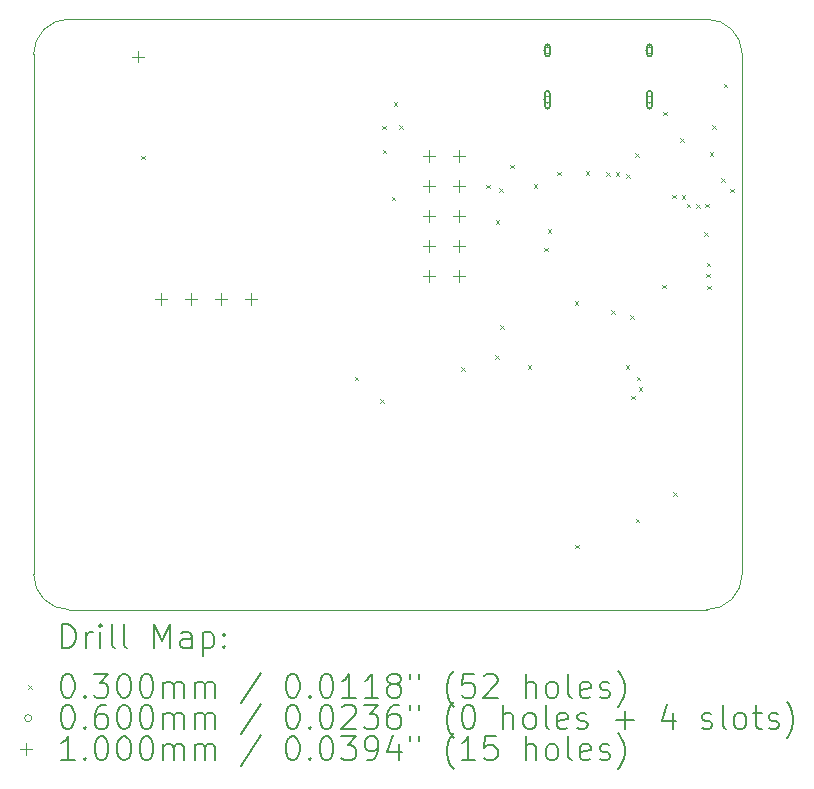
<source format=gbr>
%FSLAX45Y45*%
G04 Gerber Fmt 4.5, Leading zero omitted, Abs format (unit mm)*
G04 Created by KiCad (PCBNEW (5.99.0-11444-g3c721c55de)) date 2021-10-03 12:02:14*
%MOMM*%
%LPD*%
G01*
G04 APERTURE LIST*
%TA.AperFunction,Profile*%
%ADD10C,0.100000*%
%TD*%
%ADD11C,0.200000*%
%ADD12C,0.030000*%
%ADD13C,0.060000*%
%ADD14C,0.100000*%
G04 APERTURE END LIST*
D10*
X5700000Y-5000000D02*
X300000Y-5000000D01*
X6000000Y-300000D02*
X6000000Y-4700000D01*
X300000Y0D02*
X5700000Y0D01*
X0Y-4700000D02*
X0Y-300000D01*
X0Y-4700000D02*
G75*
G03*
X300000Y-5000000I300000J0D01*
G01*
X5700000Y-5000000D02*
G75*
G03*
X6000000Y-4700000I0J300000D01*
G01*
X6000000Y-300000D02*
G75*
G03*
X5700000Y0I-300000J0D01*
G01*
X300000Y0D02*
G75*
G03*
X0Y-300000I0J-300000D01*
G01*
D11*
D12*
X909560Y-1158480D02*
X939560Y-1188480D01*
X939560Y-1158480D02*
X909560Y-1188480D01*
X2718040Y-3027920D02*
X2748040Y-3057920D01*
X2748040Y-3027920D02*
X2718040Y-3057920D01*
X2933940Y-3218420D02*
X2963940Y-3248420D01*
X2963940Y-3218420D02*
X2933940Y-3248420D01*
X2954260Y-903227D02*
X2984260Y-933227D01*
X2984260Y-903227D02*
X2954260Y-933227D01*
X2956800Y-1105140D02*
X2986800Y-1135140D01*
X2986800Y-1105140D02*
X2956800Y-1135140D01*
X3033000Y-1503227D02*
X3063000Y-1533227D01*
X3063000Y-1503227D02*
X3033000Y-1533227D01*
X3049275Y-703227D02*
X3079275Y-733227D01*
X3079275Y-703227D02*
X3049275Y-733227D01*
X3098290Y-896860D02*
X3128290Y-926860D01*
X3128290Y-896860D02*
X3098290Y-926860D01*
X3622280Y-2946640D02*
X3652280Y-2976640D01*
X3652280Y-2946640D02*
X3622280Y-2976640D01*
X3830560Y-1402320D02*
X3860560Y-1432320D01*
X3860560Y-1402320D02*
X3830560Y-1432320D01*
X3909300Y-2845040D02*
X3939300Y-2875040D01*
X3939300Y-2845040D02*
X3909300Y-2875040D01*
X3911840Y-1702040D02*
X3941840Y-1732040D01*
X3941840Y-1702040D02*
X3911840Y-1732040D01*
X3944860Y-1432800D02*
X3974860Y-1462800D01*
X3974860Y-1432800D02*
X3944860Y-1462800D01*
X3949940Y-2593580D02*
X3979940Y-2623580D01*
X3979940Y-2593580D02*
X3949940Y-2623580D01*
X4036300Y-1234680D02*
X4066300Y-1264680D01*
X4066300Y-1234680D02*
X4036300Y-1264680D01*
X4183620Y-2928860D02*
X4213620Y-2958860D01*
X4213620Y-2928860D02*
X4183620Y-2958860D01*
X4234420Y-1399780D02*
X4264420Y-1429780D01*
X4264420Y-1399780D02*
X4234420Y-1429780D01*
X4323320Y-1935720D02*
X4353320Y-1965720D01*
X4353320Y-1935720D02*
X4323320Y-1965720D01*
X4353800Y-1780780D02*
X4383800Y-1810780D01*
X4383800Y-1780780D02*
X4353800Y-1810780D01*
X4435080Y-1293100D02*
X4465080Y-1323100D01*
X4465080Y-1293100D02*
X4435080Y-1323100D01*
X4580230Y-2390380D02*
X4610230Y-2420380D01*
X4610230Y-2390380D02*
X4580230Y-2420380D01*
X4584940Y-4450320D02*
X4614940Y-4480320D01*
X4614940Y-4450320D02*
X4584940Y-4480320D01*
X4676380Y-1288020D02*
X4706380Y-1318020D01*
X4706380Y-1288020D02*
X4676380Y-1318020D01*
X4850130Y-1296380D02*
X4880130Y-1326380D01*
X4880130Y-1296380D02*
X4850130Y-1326380D01*
X4892280Y-2464040D02*
X4922280Y-2494040D01*
X4922280Y-2464040D02*
X4892280Y-2494040D01*
X4930037Y-1299002D02*
X4960037Y-1329002D01*
X4960037Y-1299002D02*
X4930037Y-1329002D01*
X5014200Y-2931400D02*
X5044200Y-2961400D01*
X5044200Y-2931400D02*
X5014200Y-2961400D01*
X5019280Y-1315960D02*
X5049280Y-1345960D01*
X5049280Y-1315960D02*
X5019280Y-1345960D01*
X5049625Y-2507355D02*
X5079625Y-2537355D01*
X5079625Y-2507355D02*
X5049625Y-2537355D01*
X5062460Y-3190480D02*
X5092460Y-3220480D01*
X5092460Y-3190480D02*
X5062460Y-3220480D01*
X5092940Y-1135620D02*
X5122940Y-1165620D01*
X5122940Y-1135620D02*
X5092940Y-1165620D01*
X5098020Y-4229340D02*
X5128020Y-4259340D01*
X5128020Y-4229340D02*
X5098020Y-4259340D01*
X5105640Y-3027920D02*
X5135640Y-3057920D01*
X5135640Y-3027920D02*
X5105640Y-3057920D01*
X5123420Y-3119360D02*
X5153420Y-3149360D01*
X5153420Y-3119360D02*
X5123420Y-3149360D01*
X5324080Y-2248140D02*
X5354080Y-2278140D01*
X5354080Y-2248140D02*
X5324080Y-2278140D01*
X5329160Y-785100D02*
X5359160Y-815100D01*
X5359160Y-785100D02*
X5329160Y-815100D01*
X5407900Y-1486140D02*
X5437900Y-1516140D01*
X5437900Y-1486140D02*
X5407900Y-1516140D01*
X5418060Y-4008360D02*
X5448060Y-4038360D01*
X5448060Y-4008360D02*
X5418060Y-4038360D01*
X5476480Y-1011160D02*
X5506480Y-1041160D01*
X5506480Y-1011160D02*
X5476480Y-1041160D01*
X5487784Y-1489389D02*
X5517784Y-1519389D01*
X5517784Y-1489389D02*
X5487784Y-1519389D01*
X5529090Y-1562340D02*
X5559090Y-1592340D01*
X5559090Y-1562340D02*
X5529090Y-1592340D01*
X5608974Y-1565589D02*
X5638974Y-1595589D01*
X5638974Y-1565589D02*
X5608974Y-1595589D01*
X5677140Y-1806180D02*
X5707140Y-1836180D01*
X5707140Y-1806180D02*
X5677140Y-1836180D01*
X5688918Y-1564612D02*
X5718918Y-1594612D01*
X5718918Y-1564612D02*
X5688918Y-1594612D01*
X5694081Y-2156059D02*
X5724081Y-2186059D01*
X5724081Y-2156059D02*
X5694081Y-2186059D01*
X5700152Y-2061670D02*
X5730152Y-2091670D01*
X5730152Y-2061670D02*
X5700152Y-2091670D01*
X5705080Y-2258300D02*
X5735080Y-2288300D01*
X5735080Y-2258300D02*
X5705080Y-2288300D01*
X5725400Y-1128000D02*
X5755400Y-1158000D01*
X5755400Y-1128000D02*
X5725400Y-1158000D01*
X5748260Y-899400D02*
X5778260Y-929400D01*
X5778260Y-899400D02*
X5748260Y-929400D01*
X5820400Y-1345420D02*
X5850400Y-1375420D01*
X5850400Y-1345420D02*
X5820400Y-1375420D01*
X5842240Y-548880D02*
X5872240Y-578880D01*
X5872240Y-548880D02*
X5842240Y-578880D01*
X5897850Y-1437598D02*
X5927850Y-1467598D01*
X5927850Y-1437598D02*
X5897850Y-1467598D01*
D13*
X4380820Y-265080D02*
G75*
G03*
X4380820Y-265080I-30000J0D01*
G01*
D11*
X4370820Y-295080D02*
X4370820Y-235080D01*
X4330820Y-295080D02*
X4330820Y-235080D01*
X4370820Y-235080D02*
G75*
G03*
X4330820Y-235080I-20000J0D01*
G01*
X4330820Y-295080D02*
G75*
G03*
X4370820Y-295080I20000J0D01*
G01*
D13*
X4380820Y-683080D02*
G75*
G03*
X4380820Y-683080I-30000J0D01*
G01*
D11*
X4370820Y-738080D02*
X4370820Y-628080D01*
X4330820Y-738080D02*
X4330820Y-628080D01*
X4370820Y-628080D02*
G75*
G03*
X4330820Y-628080I-20000J0D01*
G01*
X4330820Y-738080D02*
G75*
G03*
X4370820Y-738080I20000J0D01*
G01*
D13*
X5244820Y-265080D02*
G75*
G03*
X5244820Y-265080I-30000J0D01*
G01*
D11*
X5234820Y-295080D02*
X5234820Y-235080D01*
X5194820Y-295080D02*
X5194820Y-235080D01*
X5234820Y-235080D02*
G75*
G03*
X5194820Y-235080I-20000J0D01*
G01*
X5194820Y-295080D02*
G75*
G03*
X5234820Y-295080I20000J0D01*
G01*
D13*
X5244820Y-683080D02*
G75*
G03*
X5244820Y-683080I-30000J0D01*
G01*
D11*
X5234820Y-738080D02*
X5234820Y-628080D01*
X5194820Y-738080D02*
X5194820Y-628080D01*
X5234820Y-628080D02*
G75*
G03*
X5194820Y-628080I-20000J0D01*
G01*
X5194820Y-738080D02*
G75*
G03*
X5234820Y-738080I20000J0D01*
G01*
D14*
X883920Y-267187D02*
X883920Y-367187D01*
X833920Y-317187D02*
X933920Y-317187D01*
X1078574Y-2321040D02*
X1078574Y-2421040D01*
X1028574Y-2371040D02*
X1128574Y-2371040D01*
X1332574Y-2321040D02*
X1332574Y-2421040D01*
X1282574Y-2371040D02*
X1382574Y-2371040D01*
X1586574Y-2321040D02*
X1586574Y-2421040D01*
X1536574Y-2371040D02*
X1636574Y-2371040D01*
X1840574Y-2321040D02*
X1840574Y-2421040D01*
X1790574Y-2371040D02*
X1890574Y-2371040D01*
X3346770Y-1108240D02*
X3346770Y-1208240D01*
X3296770Y-1158240D02*
X3396770Y-1158240D01*
X3346770Y-1362240D02*
X3346770Y-1462240D01*
X3296770Y-1412240D02*
X3396770Y-1412240D01*
X3346770Y-1616240D02*
X3346770Y-1716240D01*
X3296770Y-1666240D02*
X3396770Y-1666240D01*
X3346770Y-1870240D02*
X3346770Y-1970240D01*
X3296770Y-1920240D02*
X3396770Y-1920240D01*
X3346770Y-2124240D02*
X3346770Y-2224240D01*
X3296770Y-2174240D02*
X3396770Y-2174240D01*
X3600770Y-1108240D02*
X3600770Y-1208240D01*
X3550770Y-1158240D02*
X3650770Y-1158240D01*
X3600770Y-1362240D02*
X3600770Y-1462240D01*
X3550770Y-1412240D02*
X3650770Y-1412240D01*
X3600770Y-1616240D02*
X3600770Y-1716240D01*
X3550770Y-1666240D02*
X3650770Y-1666240D01*
X3600770Y-1870240D02*
X3600770Y-1970240D01*
X3550770Y-1920240D02*
X3650770Y-1920240D01*
X3600770Y-2124240D02*
X3600770Y-2224240D01*
X3550770Y-2174240D02*
X3650770Y-2174240D01*
D11*
X242619Y-5325476D02*
X242619Y-5125476D01*
X290238Y-5125476D01*
X318810Y-5135000D01*
X337857Y-5154048D01*
X347381Y-5173095D01*
X356905Y-5211190D01*
X356905Y-5239762D01*
X347381Y-5277857D01*
X337857Y-5296905D01*
X318810Y-5315952D01*
X290238Y-5325476D01*
X242619Y-5325476D01*
X442619Y-5325476D02*
X442619Y-5192143D01*
X442619Y-5230238D02*
X452143Y-5211190D01*
X461667Y-5201667D01*
X480714Y-5192143D01*
X499762Y-5192143D01*
X566429Y-5325476D02*
X566429Y-5192143D01*
X566429Y-5125476D02*
X556905Y-5135000D01*
X566429Y-5144524D01*
X575952Y-5135000D01*
X566429Y-5125476D01*
X566429Y-5144524D01*
X690238Y-5325476D02*
X671190Y-5315952D01*
X661667Y-5296905D01*
X661667Y-5125476D01*
X795000Y-5325476D02*
X775952Y-5315952D01*
X766428Y-5296905D01*
X766428Y-5125476D01*
X1023571Y-5325476D02*
X1023571Y-5125476D01*
X1090238Y-5268333D01*
X1156905Y-5125476D01*
X1156905Y-5325476D01*
X1337857Y-5325476D02*
X1337857Y-5220714D01*
X1328333Y-5201667D01*
X1309286Y-5192143D01*
X1271190Y-5192143D01*
X1252143Y-5201667D01*
X1337857Y-5315952D02*
X1318810Y-5325476D01*
X1271190Y-5325476D01*
X1252143Y-5315952D01*
X1242619Y-5296905D01*
X1242619Y-5277857D01*
X1252143Y-5258810D01*
X1271190Y-5249286D01*
X1318810Y-5249286D01*
X1337857Y-5239762D01*
X1433095Y-5192143D02*
X1433095Y-5392143D01*
X1433095Y-5201667D02*
X1452143Y-5192143D01*
X1490238Y-5192143D01*
X1509286Y-5201667D01*
X1518809Y-5211190D01*
X1528333Y-5230238D01*
X1528333Y-5287381D01*
X1518809Y-5306429D01*
X1509286Y-5315952D01*
X1490238Y-5325476D01*
X1452143Y-5325476D01*
X1433095Y-5315952D01*
X1614048Y-5306429D02*
X1623571Y-5315952D01*
X1614048Y-5325476D01*
X1604524Y-5315952D01*
X1614048Y-5306429D01*
X1614048Y-5325476D01*
X1614048Y-5201667D02*
X1623571Y-5211190D01*
X1614048Y-5220714D01*
X1604524Y-5211190D01*
X1614048Y-5201667D01*
X1614048Y-5220714D01*
D12*
X-45000Y-5640000D02*
X-15000Y-5670000D01*
X-15000Y-5640000D02*
X-45000Y-5670000D01*
D11*
X280714Y-5545476D02*
X299762Y-5545476D01*
X318810Y-5555000D01*
X328333Y-5564524D01*
X337857Y-5583571D01*
X347381Y-5621667D01*
X347381Y-5669286D01*
X337857Y-5707381D01*
X328333Y-5726428D01*
X318810Y-5735952D01*
X299762Y-5745476D01*
X280714Y-5745476D01*
X261667Y-5735952D01*
X252143Y-5726428D01*
X242619Y-5707381D01*
X233095Y-5669286D01*
X233095Y-5621667D01*
X242619Y-5583571D01*
X252143Y-5564524D01*
X261667Y-5555000D01*
X280714Y-5545476D01*
X433095Y-5726428D02*
X442619Y-5735952D01*
X433095Y-5745476D01*
X423571Y-5735952D01*
X433095Y-5726428D01*
X433095Y-5745476D01*
X509286Y-5545476D02*
X633095Y-5545476D01*
X566429Y-5621667D01*
X595000Y-5621667D01*
X614048Y-5631190D01*
X623571Y-5640714D01*
X633095Y-5659762D01*
X633095Y-5707381D01*
X623571Y-5726428D01*
X614048Y-5735952D01*
X595000Y-5745476D01*
X537857Y-5745476D01*
X518809Y-5735952D01*
X509286Y-5726428D01*
X756905Y-5545476D02*
X775952Y-5545476D01*
X795000Y-5555000D01*
X804524Y-5564524D01*
X814048Y-5583571D01*
X823571Y-5621667D01*
X823571Y-5669286D01*
X814048Y-5707381D01*
X804524Y-5726428D01*
X795000Y-5735952D01*
X775952Y-5745476D01*
X756905Y-5745476D01*
X737857Y-5735952D01*
X728333Y-5726428D01*
X718809Y-5707381D01*
X709286Y-5669286D01*
X709286Y-5621667D01*
X718809Y-5583571D01*
X728333Y-5564524D01*
X737857Y-5555000D01*
X756905Y-5545476D01*
X947381Y-5545476D02*
X966428Y-5545476D01*
X985476Y-5555000D01*
X995000Y-5564524D01*
X1004524Y-5583571D01*
X1014048Y-5621667D01*
X1014048Y-5669286D01*
X1004524Y-5707381D01*
X995000Y-5726428D01*
X985476Y-5735952D01*
X966428Y-5745476D01*
X947381Y-5745476D01*
X928333Y-5735952D01*
X918809Y-5726428D01*
X909286Y-5707381D01*
X899762Y-5669286D01*
X899762Y-5621667D01*
X909286Y-5583571D01*
X918809Y-5564524D01*
X928333Y-5555000D01*
X947381Y-5545476D01*
X1099762Y-5745476D02*
X1099762Y-5612143D01*
X1099762Y-5631190D02*
X1109286Y-5621667D01*
X1128333Y-5612143D01*
X1156905Y-5612143D01*
X1175952Y-5621667D01*
X1185476Y-5640714D01*
X1185476Y-5745476D01*
X1185476Y-5640714D02*
X1195000Y-5621667D01*
X1214048Y-5612143D01*
X1242619Y-5612143D01*
X1261667Y-5621667D01*
X1271190Y-5640714D01*
X1271190Y-5745476D01*
X1366429Y-5745476D02*
X1366429Y-5612143D01*
X1366429Y-5631190D02*
X1375952Y-5621667D01*
X1395000Y-5612143D01*
X1423571Y-5612143D01*
X1442619Y-5621667D01*
X1452143Y-5640714D01*
X1452143Y-5745476D01*
X1452143Y-5640714D02*
X1461667Y-5621667D01*
X1480714Y-5612143D01*
X1509286Y-5612143D01*
X1528333Y-5621667D01*
X1537857Y-5640714D01*
X1537857Y-5745476D01*
X1928333Y-5535952D02*
X1756905Y-5793095D01*
X2185476Y-5545476D02*
X2204524Y-5545476D01*
X2223571Y-5555000D01*
X2233095Y-5564524D01*
X2242619Y-5583571D01*
X2252143Y-5621667D01*
X2252143Y-5669286D01*
X2242619Y-5707381D01*
X2233095Y-5726428D01*
X2223571Y-5735952D01*
X2204524Y-5745476D01*
X2185476Y-5745476D01*
X2166429Y-5735952D01*
X2156905Y-5726428D01*
X2147381Y-5707381D01*
X2137857Y-5669286D01*
X2137857Y-5621667D01*
X2147381Y-5583571D01*
X2156905Y-5564524D01*
X2166429Y-5555000D01*
X2185476Y-5545476D01*
X2337857Y-5726428D02*
X2347381Y-5735952D01*
X2337857Y-5745476D01*
X2328333Y-5735952D01*
X2337857Y-5726428D01*
X2337857Y-5745476D01*
X2471190Y-5545476D02*
X2490238Y-5545476D01*
X2509286Y-5555000D01*
X2518810Y-5564524D01*
X2528333Y-5583571D01*
X2537857Y-5621667D01*
X2537857Y-5669286D01*
X2528333Y-5707381D01*
X2518810Y-5726428D01*
X2509286Y-5735952D01*
X2490238Y-5745476D01*
X2471190Y-5745476D01*
X2452143Y-5735952D01*
X2442619Y-5726428D01*
X2433095Y-5707381D01*
X2423571Y-5669286D01*
X2423571Y-5621667D01*
X2433095Y-5583571D01*
X2442619Y-5564524D01*
X2452143Y-5555000D01*
X2471190Y-5545476D01*
X2728333Y-5745476D02*
X2614048Y-5745476D01*
X2671190Y-5745476D02*
X2671190Y-5545476D01*
X2652143Y-5574048D01*
X2633095Y-5593095D01*
X2614048Y-5602619D01*
X2918809Y-5745476D02*
X2804524Y-5745476D01*
X2861667Y-5745476D02*
X2861667Y-5545476D01*
X2842619Y-5574048D01*
X2823571Y-5593095D01*
X2804524Y-5602619D01*
X3033095Y-5631190D02*
X3014048Y-5621667D01*
X3004524Y-5612143D01*
X2995000Y-5593095D01*
X2995000Y-5583571D01*
X3004524Y-5564524D01*
X3014048Y-5555000D01*
X3033095Y-5545476D01*
X3071190Y-5545476D01*
X3090238Y-5555000D01*
X3099762Y-5564524D01*
X3109286Y-5583571D01*
X3109286Y-5593095D01*
X3099762Y-5612143D01*
X3090238Y-5621667D01*
X3071190Y-5631190D01*
X3033095Y-5631190D01*
X3014048Y-5640714D01*
X3004524Y-5650238D01*
X2995000Y-5669286D01*
X2995000Y-5707381D01*
X3004524Y-5726428D01*
X3014048Y-5735952D01*
X3033095Y-5745476D01*
X3071190Y-5745476D01*
X3090238Y-5735952D01*
X3099762Y-5726428D01*
X3109286Y-5707381D01*
X3109286Y-5669286D01*
X3099762Y-5650238D01*
X3090238Y-5640714D01*
X3071190Y-5631190D01*
X3185476Y-5545476D02*
X3185476Y-5583571D01*
X3261667Y-5545476D02*
X3261667Y-5583571D01*
X3556905Y-5821667D02*
X3547381Y-5812143D01*
X3528333Y-5783571D01*
X3518809Y-5764524D01*
X3509286Y-5735952D01*
X3499762Y-5688333D01*
X3499762Y-5650238D01*
X3509286Y-5602619D01*
X3518809Y-5574048D01*
X3528333Y-5555000D01*
X3547381Y-5526429D01*
X3556905Y-5516905D01*
X3728333Y-5545476D02*
X3633095Y-5545476D01*
X3623571Y-5640714D01*
X3633095Y-5631190D01*
X3652143Y-5621667D01*
X3699762Y-5621667D01*
X3718809Y-5631190D01*
X3728333Y-5640714D01*
X3737857Y-5659762D01*
X3737857Y-5707381D01*
X3728333Y-5726428D01*
X3718809Y-5735952D01*
X3699762Y-5745476D01*
X3652143Y-5745476D01*
X3633095Y-5735952D01*
X3623571Y-5726428D01*
X3814048Y-5564524D02*
X3823571Y-5555000D01*
X3842619Y-5545476D01*
X3890238Y-5545476D01*
X3909286Y-5555000D01*
X3918809Y-5564524D01*
X3928333Y-5583571D01*
X3928333Y-5602619D01*
X3918809Y-5631190D01*
X3804524Y-5745476D01*
X3928333Y-5745476D01*
X4166428Y-5745476D02*
X4166428Y-5545476D01*
X4252143Y-5745476D02*
X4252143Y-5640714D01*
X4242619Y-5621667D01*
X4223571Y-5612143D01*
X4195000Y-5612143D01*
X4175952Y-5621667D01*
X4166428Y-5631190D01*
X4375952Y-5745476D02*
X4356905Y-5735952D01*
X4347381Y-5726428D01*
X4337857Y-5707381D01*
X4337857Y-5650238D01*
X4347381Y-5631190D01*
X4356905Y-5621667D01*
X4375952Y-5612143D01*
X4404524Y-5612143D01*
X4423571Y-5621667D01*
X4433095Y-5631190D01*
X4442619Y-5650238D01*
X4442619Y-5707381D01*
X4433095Y-5726428D01*
X4423571Y-5735952D01*
X4404524Y-5745476D01*
X4375952Y-5745476D01*
X4556905Y-5745476D02*
X4537857Y-5735952D01*
X4528333Y-5716905D01*
X4528333Y-5545476D01*
X4709286Y-5735952D02*
X4690238Y-5745476D01*
X4652143Y-5745476D01*
X4633095Y-5735952D01*
X4623571Y-5716905D01*
X4623571Y-5640714D01*
X4633095Y-5621667D01*
X4652143Y-5612143D01*
X4690238Y-5612143D01*
X4709286Y-5621667D01*
X4718810Y-5640714D01*
X4718810Y-5659762D01*
X4623571Y-5678809D01*
X4795000Y-5735952D02*
X4814048Y-5745476D01*
X4852143Y-5745476D01*
X4871190Y-5735952D01*
X4880714Y-5716905D01*
X4880714Y-5707381D01*
X4871190Y-5688333D01*
X4852143Y-5678809D01*
X4823571Y-5678809D01*
X4804524Y-5669286D01*
X4795000Y-5650238D01*
X4795000Y-5640714D01*
X4804524Y-5621667D01*
X4823571Y-5612143D01*
X4852143Y-5612143D01*
X4871190Y-5621667D01*
X4947381Y-5821667D02*
X4956905Y-5812143D01*
X4975952Y-5783571D01*
X4985476Y-5764524D01*
X4995000Y-5735952D01*
X5004524Y-5688333D01*
X5004524Y-5650238D01*
X4995000Y-5602619D01*
X4985476Y-5574048D01*
X4975952Y-5555000D01*
X4956905Y-5526429D01*
X4947381Y-5516905D01*
D13*
X-15000Y-5919000D02*
G75*
G03*
X-15000Y-5919000I-30000J0D01*
G01*
D11*
X280714Y-5809476D02*
X299762Y-5809476D01*
X318810Y-5819000D01*
X328333Y-5828524D01*
X337857Y-5847571D01*
X347381Y-5885667D01*
X347381Y-5933286D01*
X337857Y-5971381D01*
X328333Y-5990428D01*
X318810Y-5999952D01*
X299762Y-6009476D01*
X280714Y-6009476D01*
X261667Y-5999952D01*
X252143Y-5990428D01*
X242619Y-5971381D01*
X233095Y-5933286D01*
X233095Y-5885667D01*
X242619Y-5847571D01*
X252143Y-5828524D01*
X261667Y-5819000D01*
X280714Y-5809476D01*
X433095Y-5990428D02*
X442619Y-5999952D01*
X433095Y-6009476D01*
X423571Y-5999952D01*
X433095Y-5990428D01*
X433095Y-6009476D01*
X614048Y-5809476D02*
X575952Y-5809476D01*
X556905Y-5819000D01*
X547381Y-5828524D01*
X528333Y-5857095D01*
X518809Y-5895190D01*
X518809Y-5971381D01*
X528333Y-5990428D01*
X537857Y-5999952D01*
X556905Y-6009476D01*
X595000Y-6009476D01*
X614048Y-5999952D01*
X623571Y-5990428D01*
X633095Y-5971381D01*
X633095Y-5923762D01*
X623571Y-5904714D01*
X614048Y-5895190D01*
X595000Y-5885667D01*
X556905Y-5885667D01*
X537857Y-5895190D01*
X528333Y-5904714D01*
X518809Y-5923762D01*
X756905Y-5809476D02*
X775952Y-5809476D01*
X795000Y-5819000D01*
X804524Y-5828524D01*
X814048Y-5847571D01*
X823571Y-5885667D01*
X823571Y-5933286D01*
X814048Y-5971381D01*
X804524Y-5990428D01*
X795000Y-5999952D01*
X775952Y-6009476D01*
X756905Y-6009476D01*
X737857Y-5999952D01*
X728333Y-5990428D01*
X718809Y-5971381D01*
X709286Y-5933286D01*
X709286Y-5885667D01*
X718809Y-5847571D01*
X728333Y-5828524D01*
X737857Y-5819000D01*
X756905Y-5809476D01*
X947381Y-5809476D02*
X966428Y-5809476D01*
X985476Y-5819000D01*
X995000Y-5828524D01*
X1004524Y-5847571D01*
X1014048Y-5885667D01*
X1014048Y-5933286D01*
X1004524Y-5971381D01*
X995000Y-5990428D01*
X985476Y-5999952D01*
X966428Y-6009476D01*
X947381Y-6009476D01*
X928333Y-5999952D01*
X918809Y-5990428D01*
X909286Y-5971381D01*
X899762Y-5933286D01*
X899762Y-5885667D01*
X909286Y-5847571D01*
X918809Y-5828524D01*
X928333Y-5819000D01*
X947381Y-5809476D01*
X1099762Y-6009476D02*
X1099762Y-5876143D01*
X1099762Y-5895190D02*
X1109286Y-5885667D01*
X1128333Y-5876143D01*
X1156905Y-5876143D01*
X1175952Y-5885667D01*
X1185476Y-5904714D01*
X1185476Y-6009476D01*
X1185476Y-5904714D02*
X1195000Y-5885667D01*
X1214048Y-5876143D01*
X1242619Y-5876143D01*
X1261667Y-5885667D01*
X1271190Y-5904714D01*
X1271190Y-6009476D01*
X1366429Y-6009476D02*
X1366429Y-5876143D01*
X1366429Y-5895190D02*
X1375952Y-5885667D01*
X1395000Y-5876143D01*
X1423571Y-5876143D01*
X1442619Y-5885667D01*
X1452143Y-5904714D01*
X1452143Y-6009476D01*
X1452143Y-5904714D02*
X1461667Y-5885667D01*
X1480714Y-5876143D01*
X1509286Y-5876143D01*
X1528333Y-5885667D01*
X1537857Y-5904714D01*
X1537857Y-6009476D01*
X1928333Y-5799952D02*
X1756905Y-6057095D01*
X2185476Y-5809476D02*
X2204524Y-5809476D01*
X2223571Y-5819000D01*
X2233095Y-5828524D01*
X2242619Y-5847571D01*
X2252143Y-5885667D01*
X2252143Y-5933286D01*
X2242619Y-5971381D01*
X2233095Y-5990428D01*
X2223571Y-5999952D01*
X2204524Y-6009476D01*
X2185476Y-6009476D01*
X2166429Y-5999952D01*
X2156905Y-5990428D01*
X2147381Y-5971381D01*
X2137857Y-5933286D01*
X2137857Y-5885667D01*
X2147381Y-5847571D01*
X2156905Y-5828524D01*
X2166429Y-5819000D01*
X2185476Y-5809476D01*
X2337857Y-5990428D02*
X2347381Y-5999952D01*
X2337857Y-6009476D01*
X2328333Y-5999952D01*
X2337857Y-5990428D01*
X2337857Y-6009476D01*
X2471190Y-5809476D02*
X2490238Y-5809476D01*
X2509286Y-5819000D01*
X2518810Y-5828524D01*
X2528333Y-5847571D01*
X2537857Y-5885667D01*
X2537857Y-5933286D01*
X2528333Y-5971381D01*
X2518810Y-5990428D01*
X2509286Y-5999952D01*
X2490238Y-6009476D01*
X2471190Y-6009476D01*
X2452143Y-5999952D01*
X2442619Y-5990428D01*
X2433095Y-5971381D01*
X2423571Y-5933286D01*
X2423571Y-5885667D01*
X2433095Y-5847571D01*
X2442619Y-5828524D01*
X2452143Y-5819000D01*
X2471190Y-5809476D01*
X2614048Y-5828524D02*
X2623571Y-5819000D01*
X2642619Y-5809476D01*
X2690238Y-5809476D01*
X2709286Y-5819000D01*
X2718810Y-5828524D01*
X2728333Y-5847571D01*
X2728333Y-5866619D01*
X2718810Y-5895190D01*
X2604524Y-6009476D01*
X2728333Y-6009476D01*
X2795000Y-5809476D02*
X2918809Y-5809476D01*
X2852143Y-5885667D01*
X2880714Y-5885667D01*
X2899762Y-5895190D01*
X2909286Y-5904714D01*
X2918809Y-5923762D01*
X2918809Y-5971381D01*
X2909286Y-5990428D01*
X2899762Y-5999952D01*
X2880714Y-6009476D01*
X2823571Y-6009476D01*
X2804524Y-5999952D01*
X2795000Y-5990428D01*
X3090238Y-5809476D02*
X3052143Y-5809476D01*
X3033095Y-5819000D01*
X3023571Y-5828524D01*
X3004524Y-5857095D01*
X2995000Y-5895190D01*
X2995000Y-5971381D01*
X3004524Y-5990428D01*
X3014048Y-5999952D01*
X3033095Y-6009476D01*
X3071190Y-6009476D01*
X3090238Y-5999952D01*
X3099762Y-5990428D01*
X3109286Y-5971381D01*
X3109286Y-5923762D01*
X3099762Y-5904714D01*
X3090238Y-5895190D01*
X3071190Y-5885667D01*
X3033095Y-5885667D01*
X3014048Y-5895190D01*
X3004524Y-5904714D01*
X2995000Y-5923762D01*
X3185476Y-5809476D02*
X3185476Y-5847571D01*
X3261667Y-5809476D02*
X3261667Y-5847571D01*
X3556905Y-6085667D02*
X3547381Y-6076143D01*
X3528333Y-6047571D01*
X3518809Y-6028524D01*
X3509286Y-5999952D01*
X3499762Y-5952333D01*
X3499762Y-5914238D01*
X3509286Y-5866619D01*
X3518809Y-5838048D01*
X3528333Y-5819000D01*
X3547381Y-5790428D01*
X3556905Y-5780905D01*
X3671190Y-5809476D02*
X3690238Y-5809476D01*
X3709286Y-5819000D01*
X3718809Y-5828524D01*
X3728333Y-5847571D01*
X3737857Y-5885667D01*
X3737857Y-5933286D01*
X3728333Y-5971381D01*
X3718809Y-5990428D01*
X3709286Y-5999952D01*
X3690238Y-6009476D01*
X3671190Y-6009476D01*
X3652143Y-5999952D01*
X3642619Y-5990428D01*
X3633095Y-5971381D01*
X3623571Y-5933286D01*
X3623571Y-5885667D01*
X3633095Y-5847571D01*
X3642619Y-5828524D01*
X3652143Y-5819000D01*
X3671190Y-5809476D01*
X3975952Y-6009476D02*
X3975952Y-5809476D01*
X4061667Y-6009476D02*
X4061667Y-5904714D01*
X4052143Y-5885667D01*
X4033095Y-5876143D01*
X4004524Y-5876143D01*
X3985476Y-5885667D01*
X3975952Y-5895190D01*
X4185476Y-6009476D02*
X4166428Y-5999952D01*
X4156905Y-5990428D01*
X4147381Y-5971381D01*
X4147381Y-5914238D01*
X4156905Y-5895190D01*
X4166428Y-5885667D01*
X4185476Y-5876143D01*
X4214048Y-5876143D01*
X4233095Y-5885667D01*
X4242619Y-5895190D01*
X4252143Y-5914238D01*
X4252143Y-5971381D01*
X4242619Y-5990428D01*
X4233095Y-5999952D01*
X4214048Y-6009476D01*
X4185476Y-6009476D01*
X4366429Y-6009476D02*
X4347381Y-5999952D01*
X4337857Y-5980905D01*
X4337857Y-5809476D01*
X4518810Y-5999952D02*
X4499762Y-6009476D01*
X4461667Y-6009476D01*
X4442619Y-5999952D01*
X4433095Y-5980905D01*
X4433095Y-5904714D01*
X4442619Y-5885667D01*
X4461667Y-5876143D01*
X4499762Y-5876143D01*
X4518810Y-5885667D01*
X4528333Y-5904714D01*
X4528333Y-5923762D01*
X4433095Y-5942809D01*
X4604524Y-5999952D02*
X4623571Y-6009476D01*
X4661667Y-6009476D01*
X4680714Y-5999952D01*
X4690238Y-5980905D01*
X4690238Y-5971381D01*
X4680714Y-5952333D01*
X4661667Y-5942809D01*
X4633095Y-5942809D01*
X4614048Y-5933286D01*
X4604524Y-5914238D01*
X4604524Y-5904714D01*
X4614048Y-5885667D01*
X4633095Y-5876143D01*
X4661667Y-5876143D01*
X4680714Y-5885667D01*
X4928333Y-5933286D02*
X5080714Y-5933286D01*
X5004524Y-6009476D02*
X5004524Y-5857095D01*
X5414048Y-5876143D02*
X5414048Y-6009476D01*
X5366429Y-5799952D02*
X5318810Y-5942809D01*
X5442619Y-5942809D01*
X5661667Y-5999952D02*
X5680714Y-6009476D01*
X5718809Y-6009476D01*
X5737857Y-5999952D01*
X5747381Y-5980905D01*
X5747381Y-5971381D01*
X5737857Y-5952333D01*
X5718809Y-5942809D01*
X5690238Y-5942809D01*
X5671190Y-5933286D01*
X5661667Y-5914238D01*
X5661667Y-5904714D01*
X5671190Y-5885667D01*
X5690238Y-5876143D01*
X5718809Y-5876143D01*
X5737857Y-5885667D01*
X5861667Y-6009476D02*
X5842619Y-5999952D01*
X5833095Y-5980905D01*
X5833095Y-5809476D01*
X5966428Y-6009476D02*
X5947381Y-5999952D01*
X5937857Y-5990428D01*
X5928333Y-5971381D01*
X5928333Y-5914238D01*
X5937857Y-5895190D01*
X5947381Y-5885667D01*
X5966428Y-5876143D01*
X5995000Y-5876143D01*
X6014048Y-5885667D01*
X6023571Y-5895190D01*
X6033095Y-5914238D01*
X6033095Y-5971381D01*
X6023571Y-5990428D01*
X6014048Y-5999952D01*
X5995000Y-6009476D01*
X5966428Y-6009476D01*
X6090238Y-5876143D02*
X6166428Y-5876143D01*
X6118809Y-5809476D02*
X6118809Y-5980905D01*
X6128333Y-5999952D01*
X6147381Y-6009476D01*
X6166428Y-6009476D01*
X6223571Y-5999952D02*
X6242619Y-6009476D01*
X6280714Y-6009476D01*
X6299762Y-5999952D01*
X6309286Y-5980905D01*
X6309286Y-5971381D01*
X6299762Y-5952333D01*
X6280714Y-5942809D01*
X6252143Y-5942809D01*
X6233095Y-5933286D01*
X6223571Y-5914238D01*
X6223571Y-5904714D01*
X6233095Y-5885667D01*
X6252143Y-5876143D01*
X6280714Y-5876143D01*
X6299762Y-5885667D01*
X6375952Y-6085667D02*
X6385476Y-6076143D01*
X6404524Y-6047571D01*
X6414048Y-6028524D01*
X6423571Y-5999952D01*
X6433095Y-5952333D01*
X6433095Y-5914238D01*
X6423571Y-5866619D01*
X6414048Y-5838048D01*
X6404524Y-5819000D01*
X6385476Y-5790428D01*
X6375952Y-5780905D01*
D14*
X-65000Y-6133000D02*
X-65000Y-6233000D01*
X-115000Y-6183000D02*
X-15000Y-6183000D01*
D11*
X347381Y-6273476D02*
X233095Y-6273476D01*
X290238Y-6273476D02*
X290238Y-6073476D01*
X271190Y-6102048D01*
X252143Y-6121095D01*
X233095Y-6130619D01*
X433095Y-6254428D02*
X442619Y-6263952D01*
X433095Y-6273476D01*
X423571Y-6263952D01*
X433095Y-6254428D01*
X433095Y-6273476D01*
X566429Y-6073476D02*
X585476Y-6073476D01*
X604524Y-6083000D01*
X614048Y-6092524D01*
X623571Y-6111571D01*
X633095Y-6149667D01*
X633095Y-6197286D01*
X623571Y-6235381D01*
X614048Y-6254428D01*
X604524Y-6263952D01*
X585476Y-6273476D01*
X566429Y-6273476D01*
X547381Y-6263952D01*
X537857Y-6254428D01*
X528333Y-6235381D01*
X518809Y-6197286D01*
X518809Y-6149667D01*
X528333Y-6111571D01*
X537857Y-6092524D01*
X547381Y-6083000D01*
X566429Y-6073476D01*
X756905Y-6073476D02*
X775952Y-6073476D01*
X795000Y-6083000D01*
X804524Y-6092524D01*
X814048Y-6111571D01*
X823571Y-6149667D01*
X823571Y-6197286D01*
X814048Y-6235381D01*
X804524Y-6254428D01*
X795000Y-6263952D01*
X775952Y-6273476D01*
X756905Y-6273476D01*
X737857Y-6263952D01*
X728333Y-6254428D01*
X718809Y-6235381D01*
X709286Y-6197286D01*
X709286Y-6149667D01*
X718809Y-6111571D01*
X728333Y-6092524D01*
X737857Y-6083000D01*
X756905Y-6073476D01*
X947381Y-6073476D02*
X966428Y-6073476D01*
X985476Y-6083000D01*
X995000Y-6092524D01*
X1004524Y-6111571D01*
X1014048Y-6149667D01*
X1014048Y-6197286D01*
X1004524Y-6235381D01*
X995000Y-6254428D01*
X985476Y-6263952D01*
X966428Y-6273476D01*
X947381Y-6273476D01*
X928333Y-6263952D01*
X918809Y-6254428D01*
X909286Y-6235381D01*
X899762Y-6197286D01*
X899762Y-6149667D01*
X909286Y-6111571D01*
X918809Y-6092524D01*
X928333Y-6083000D01*
X947381Y-6073476D01*
X1099762Y-6273476D02*
X1099762Y-6140143D01*
X1099762Y-6159190D02*
X1109286Y-6149667D01*
X1128333Y-6140143D01*
X1156905Y-6140143D01*
X1175952Y-6149667D01*
X1185476Y-6168714D01*
X1185476Y-6273476D01*
X1185476Y-6168714D02*
X1195000Y-6149667D01*
X1214048Y-6140143D01*
X1242619Y-6140143D01*
X1261667Y-6149667D01*
X1271190Y-6168714D01*
X1271190Y-6273476D01*
X1366429Y-6273476D02*
X1366429Y-6140143D01*
X1366429Y-6159190D02*
X1375952Y-6149667D01*
X1395000Y-6140143D01*
X1423571Y-6140143D01*
X1442619Y-6149667D01*
X1452143Y-6168714D01*
X1452143Y-6273476D01*
X1452143Y-6168714D02*
X1461667Y-6149667D01*
X1480714Y-6140143D01*
X1509286Y-6140143D01*
X1528333Y-6149667D01*
X1537857Y-6168714D01*
X1537857Y-6273476D01*
X1928333Y-6063952D02*
X1756905Y-6321095D01*
X2185476Y-6073476D02*
X2204524Y-6073476D01*
X2223571Y-6083000D01*
X2233095Y-6092524D01*
X2242619Y-6111571D01*
X2252143Y-6149667D01*
X2252143Y-6197286D01*
X2242619Y-6235381D01*
X2233095Y-6254428D01*
X2223571Y-6263952D01*
X2204524Y-6273476D01*
X2185476Y-6273476D01*
X2166429Y-6263952D01*
X2156905Y-6254428D01*
X2147381Y-6235381D01*
X2137857Y-6197286D01*
X2137857Y-6149667D01*
X2147381Y-6111571D01*
X2156905Y-6092524D01*
X2166429Y-6083000D01*
X2185476Y-6073476D01*
X2337857Y-6254428D02*
X2347381Y-6263952D01*
X2337857Y-6273476D01*
X2328333Y-6263952D01*
X2337857Y-6254428D01*
X2337857Y-6273476D01*
X2471190Y-6073476D02*
X2490238Y-6073476D01*
X2509286Y-6083000D01*
X2518810Y-6092524D01*
X2528333Y-6111571D01*
X2537857Y-6149667D01*
X2537857Y-6197286D01*
X2528333Y-6235381D01*
X2518810Y-6254428D01*
X2509286Y-6263952D01*
X2490238Y-6273476D01*
X2471190Y-6273476D01*
X2452143Y-6263952D01*
X2442619Y-6254428D01*
X2433095Y-6235381D01*
X2423571Y-6197286D01*
X2423571Y-6149667D01*
X2433095Y-6111571D01*
X2442619Y-6092524D01*
X2452143Y-6083000D01*
X2471190Y-6073476D01*
X2604524Y-6073476D02*
X2728333Y-6073476D01*
X2661667Y-6149667D01*
X2690238Y-6149667D01*
X2709286Y-6159190D01*
X2718810Y-6168714D01*
X2728333Y-6187762D01*
X2728333Y-6235381D01*
X2718810Y-6254428D01*
X2709286Y-6263952D01*
X2690238Y-6273476D01*
X2633095Y-6273476D01*
X2614048Y-6263952D01*
X2604524Y-6254428D01*
X2823571Y-6273476D02*
X2861667Y-6273476D01*
X2880714Y-6263952D01*
X2890238Y-6254428D01*
X2909286Y-6225857D01*
X2918809Y-6187762D01*
X2918809Y-6111571D01*
X2909286Y-6092524D01*
X2899762Y-6083000D01*
X2880714Y-6073476D01*
X2842619Y-6073476D01*
X2823571Y-6083000D01*
X2814048Y-6092524D01*
X2804524Y-6111571D01*
X2804524Y-6159190D01*
X2814048Y-6178238D01*
X2823571Y-6187762D01*
X2842619Y-6197286D01*
X2880714Y-6197286D01*
X2899762Y-6187762D01*
X2909286Y-6178238D01*
X2918809Y-6159190D01*
X3090238Y-6140143D02*
X3090238Y-6273476D01*
X3042619Y-6063952D02*
X2995000Y-6206809D01*
X3118809Y-6206809D01*
X3185476Y-6073476D02*
X3185476Y-6111571D01*
X3261667Y-6073476D02*
X3261667Y-6111571D01*
X3556905Y-6349667D02*
X3547381Y-6340143D01*
X3528333Y-6311571D01*
X3518809Y-6292524D01*
X3509286Y-6263952D01*
X3499762Y-6216333D01*
X3499762Y-6178238D01*
X3509286Y-6130619D01*
X3518809Y-6102048D01*
X3528333Y-6083000D01*
X3547381Y-6054428D01*
X3556905Y-6044905D01*
X3737857Y-6273476D02*
X3623571Y-6273476D01*
X3680714Y-6273476D02*
X3680714Y-6073476D01*
X3661667Y-6102048D01*
X3642619Y-6121095D01*
X3623571Y-6130619D01*
X3918809Y-6073476D02*
X3823571Y-6073476D01*
X3814048Y-6168714D01*
X3823571Y-6159190D01*
X3842619Y-6149667D01*
X3890238Y-6149667D01*
X3909286Y-6159190D01*
X3918809Y-6168714D01*
X3928333Y-6187762D01*
X3928333Y-6235381D01*
X3918809Y-6254428D01*
X3909286Y-6263952D01*
X3890238Y-6273476D01*
X3842619Y-6273476D01*
X3823571Y-6263952D01*
X3814048Y-6254428D01*
X4166428Y-6273476D02*
X4166428Y-6073476D01*
X4252143Y-6273476D02*
X4252143Y-6168714D01*
X4242619Y-6149667D01*
X4223571Y-6140143D01*
X4195000Y-6140143D01*
X4175952Y-6149667D01*
X4166428Y-6159190D01*
X4375952Y-6273476D02*
X4356905Y-6263952D01*
X4347381Y-6254428D01*
X4337857Y-6235381D01*
X4337857Y-6178238D01*
X4347381Y-6159190D01*
X4356905Y-6149667D01*
X4375952Y-6140143D01*
X4404524Y-6140143D01*
X4423571Y-6149667D01*
X4433095Y-6159190D01*
X4442619Y-6178238D01*
X4442619Y-6235381D01*
X4433095Y-6254428D01*
X4423571Y-6263952D01*
X4404524Y-6273476D01*
X4375952Y-6273476D01*
X4556905Y-6273476D02*
X4537857Y-6263952D01*
X4528333Y-6244905D01*
X4528333Y-6073476D01*
X4709286Y-6263952D02*
X4690238Y-6273476D01*
X4652143Y-6273476D01*
X4633095Y-6263952D01*
X4623571Y-6244905D01*
X4623571Y-6168714D01*
X4633095Y-6149667D01*
X4652143Y-6140143D01*
X4690238Y-6140143D01*
X4709286Y-6149667D01*
X4718810Y-6168714D01*
X4718810Y-6187762D01*
X4623571Y-6206809D01*
X4795000Y-6263952D02*
X4814048Y-6273476D01*
X4852143Y-6273476D01*
X4871190Y-6263952D01*
X4880714Y-6244905D01*
X4880714Y-6235381D01*
X4871190Y-6216333D01*
X4852143Y-6206809D01*
X4823571Y-6206809D01*
X4804524Y-6197286D01*
X4795000Y-6178238D01*
X4795000Y-6168714D01*
X4804524Y-6149667D01*
X4823571Y-6140143D01*
X4852143Y-6140143D01*
X4871190Y-6149667D01*
X4947381Y-6349667D02*
X4956905Y-6340143D01*
X4975952Y-6311571D01*
X4985476Y-6292524D01*
X4995000Y-6263952D01*
X5004524Y-6216333D01*
X5004524Y-6178238D01*
X4995000Y-6130619D01*
X4985476Y-6102048D01*
X4975952Y-6083000D01*
X4956905Y-6054428D01*
X4947381Y-6044905D01*
M02*

</source>
